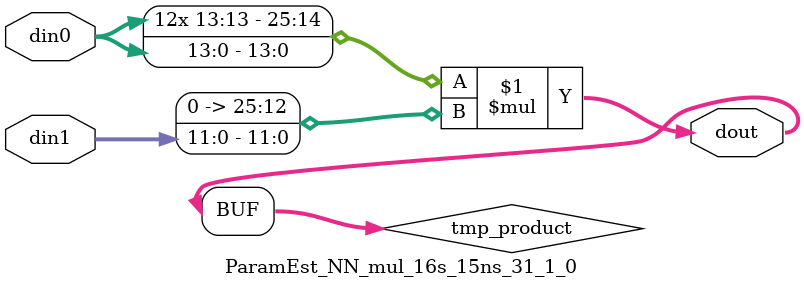
<source format=v>

`timescale 1 ns / 1 ps

  module ParamEst_NN_mul_16s_15ns_31_1_0(din0, din1, dout);
parameter ID = 1;
parameter NUM_STAGE = 0;
parameter din0_WIDTH = 14;
parameter din1_WIDTH = 12;
parameter dout_WIDTH = 26;

input [din0_WIDTH - 1 : 0] din0; 
input [din1_WIDTH - 1 : 0] din1; 
output [dout_WIDTH - 1 : 0] dout;

wire signed [dout_WIDTH - 1 : 0] tmp_product;












assign tmp_product = $signed(din0) * $signed({1'b0, din1});









assign dout = tmp_product;







endmodule

</source>
